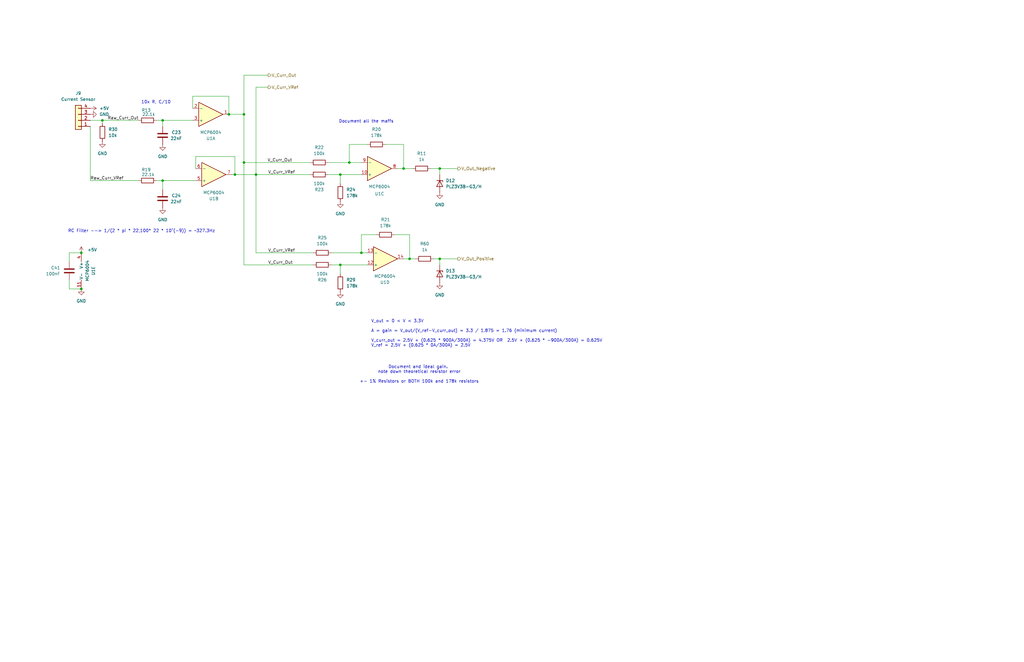
<source format=kicad_sch>
(kicad_sch (version 20250114) (generator "eeschema") (generator_version "9.0")
  (paper "B")
  (lib_symbols
    (symbol "+5V_1" (power) (pin_numbers (hide yes)) (pin_names (offset 0) (hide yes))
      (property "Value" "+5V" (at 0 3.556 0))
      (symbol "+5V_1_0_1"
        (polyline (pts (xy -0.762 1.27) (xy 0 2.54)))
        (polyline (pts (xy 0 2.54) (xy 0.762 1.27)))
        (polyline (pts (xy 0 0) (xy 0 2.54)))
      )
      (symbol "+5V_1_1_1"
        (pin power_in line (at 0 0 90) (length 0) (name "~") (number "1"))
      )
    )
    (symbol "Amplifier_Operational:MCP6004" (pin_names (offset 0.127))
      (property "Reference" "U" (at 0 5.08 0))
      (property "Value" "MCP6004" (at 0 -5.08 0))
      (symbol "MCP6004_1_1"
        (polyline (pts (xy -5.08 5.08) (xy 5.08 0) (xy -5.08 -5.08) (xy -5.08 5.08)) (stroke (width 0.254)) (fill (type background)))
        (pin input line (at -7.62 2.54 0) (length 2.54) (name "+") (number "3"))
        (pin input line (at -7.62 -2.54 0) (length 2.54) (name "-") (number "2"))
        (pin output line (at 7.62 0 180) (length 2.54) (name "~") (number "1"))
      )
      (symbol "MCP6004_2_1"
        (polyline (pts (xy -5.08 5.08) (xy 5.08 0) (xy -5.08 -5.08) (xy -5.08 5.08)) (stroke (width 0.254)) (fill (type background)))
        (pin input line (at -7.62 2.54 0) (length 2.54) (name "+") (number "5"))
        (pin input line (at -7.62 -2.54 0) (length 2.54) (name "-") (number "6"))
        (pin output line (at 7.62 0 180) (length 2.54) (name "~") (number "7"))
      )
      (symbol "MCP6004_3_1"
        (polyline (pts (xy -5.08 5.08) (xy 5.08 0) (xy -5.08 -5.08) (xy -5.08 5.08)) (stroke (width 0.254)) (fill (type background)))
        (pin input line (at -7.62 2.54 0) (length 2.54) (name "+") (number "10"))
        (pin input line (at -7.62 -2.54 0) (length 2.54) (name "-") (number "9"))
        (pin output line (at 7.62 0 180) (length 2.54) (name "~") (number "8"))
      )
      (symbol "MCP6004_4_1"
        (polyline (pts (xy -5.08 5.08) (xy 5.08 0) (xy -5.08 -5.08) (xy -5.08 5.08)) (stroke (width 0.254)) (fill (type background)))
        (pin input line (at -7.62 2.54 0) (length 2.54) (name "+") (number "12"))
        (pin input line (at -7.62 -2.54 0) (length 2.54) (name "-") (number "13"))
        (pin output line (at 7.62 0 180) (length 2.54) (name "~") (number "14"))
      )
      (symbol "MCP6004_5_1"
        (pin power_in line (at -2.54 7.62 270) (length 3.81) (name "V+") (number "4"))
        (pin power_in line (at -2.54 -7.62 90) (length 3.81) (name "V-") (number "11"))
      )
    )
    (symbol "Connector_Generic:Conn_01x04" (pin_names (offset 1.016) (hide yes))
      (property "Reference" "J" (at 0 5.08 0))
      (property "Value" "Conn_01x04" (at 0 -7.62 0))
      (symbol "Conn_01x04_1_1"
        (rectangle (start -1.27 3.81) (end 1.27 -6.35) (stroke (width 0.254)) (fill (type background)))
        (rectangle (start -1.27 2.667) (end 0 2.413) (stroke (width 0.1524)))
        (rectangle (start -1.27 0.127) (end 0 -0.127) (stroke (width 0.1524)))
        (rectangle (start -1.27 -2.413) (end 0 -2.667) (stroke (width 0.1524)))
        (rectangle (start -1.27 -4.953) (end 0 -5.207) (stroke (width 0.1524)))
        (pin passive line (at -5.08 2.54 0) (length 3.81) (name "Pin_1") (number "1"))
        (pin passive line (at -5.08 0 0) (length 3.81) (name "Pin_2") (number "2"))
        (pin passive line (at -5.08 -2.54 0) (length 3.81) (name "Pin_3") (number "3"))
        (pin passive line (at -5.08 -5.08 0) (length 3.81) (name "Pin_4") (number "4"))
      )
    )
    (symbol "Device:C" (pin_numbers (hide yes)) (pin_names (offset 0.254))
      (property "Reference" "C" (at 0.635 2.54 0))
      (property "Value" "C" (at 0.635 -2.54 0))
      (symbol "C_0_1"
        (polyline (pts (xy -2.032 0.762) (xy 2.032 0.762)) (stroke (width 0.508)))
        (polyline (pts (xy -2.032 -0.762) (xy 2.032 -0.762)) (stroke (width 0.508)))
      )
      (symbol "C_1_1"
        (pin passive line (at 0 3.81 270) (length 2.794) (name "~") (number "1"))
        (pin passive line (at 0 -3.81 90) (length 2.794) (name "~") (number "2"))
      )
    )
    (symbol "Device:D_Zener" (pin_numbers (hide yes)) (pin_names (offset 1.016) (hide yes))
      (property "Reference" "D" (at 0 2.54 0))
      (property "Value" "D_Zener" (at 0 -2.54 0))
      (symbol "D_Zener_0_1"
        (polyline (pts (xy -1.27 -1.27) (xy -1.27 1.27) (xy -0.762 1.27)) (stroke (width 0.254)))
        (polyline (pts (xy 1.27 0) (xy -1.27 0)))
        (polyline (pts (xy 1.27 -1.27) (xy 1.27 1.27) (xy -1.27 0) (xy 1.27 -1.27)) (stroke (width 0.254)))
      )
      (symbol "D_Zener_1_1"
        (pin passive line (at -3.81 0 0) (length 2.54) (name "K") (number "1"))
        (pin passive line (at 3.81 0 180) (length 2.54) (name "A") (number "2"))
      )
    )
    (symbol "Device:R" (pin_numbers (hide yes)) (pin_names (offset 0))
      (property "Reference" "R" (at 2.032 0 90))
      (property "Value" "R" (at 0 0 90))
      (symbol "R_0_1"
        (rectangle (start -1.016 -2.54) (end 1.016 2.54) (stroke (width 0.254)))
      )
      (symbol "R_1_1"
        (pin passive line (at 0 3.81 270) (length 1.27) (name "~") (number "1"))
        (pin passive line (at 0 -3.81 90) (length 1.27) (name "~") (number "2"))
      )
    )
    (symbol "GND_1" (power) (pin_numbers (hide yes)) (pin_names (offset 0) (hide yes))
      (property "Value" "GND" (at 0 -3.81 0))
      (symbol "GND_1_0_1"
        (polyline (pts (xy 0 0) (xy 0 -1.27) (xy 1.27 -1.27) (xy 0 -2.54) (xy -1.27 -1.27) (xy 0 -1.27)))
      )
      (symbol "GND_1_1_1"
        (pin power_in line (at 0 0 270) (length 0) (name "~") (number "1"))
      )
    )
    (symbol "power:+5V" (power) (pin_numbers (hide yes)) (pin_names (offset 0) (hide yes))
      (property "Value" "+5V" (at 0 3.556 0))
      (symbol "+5V_0_1"
        (polyline (pts (xy -0.762 1.27) (xy 0 2.54)))
        (polyline (pts (xy 0 2.54) (xy 0.762 1.27)))
        (polyline (pts (xy 0 0) (xy 0 2.54)))
      )
      (symbol "+5V_1_1"
        (pin power_in line (at 0 0 90) (length 0) (name "~") (number "1"))
      )
    )
    (symbol "power:GND" (power) (pin_numbers (hide yes)) (pin_names (offset 0) (hide yes))
      (property "Value" "GND" (at 0 -3.81 0))
      (symbol "GND_0_1"
        (polyline (pts (xy 0 0) (xy 0 -1.27) (xy 1.27 -1.27) (xy 0 -2.54) (xy -1.27 -1.27) (xy 0 -1.27)))
      )
      (symbol "GND_1_1"
        (pin power_in line (at 0 0 270) (length 0) (name "~") (number "1"))
      )
    )
  )
  (text "Document all the maffs" (at 154.432 51.308 0) (effects (font (size 1.27 1.27))))
  (text "RC Filter --> 1/(2 * pi * 22,100* 22 * 10^(-9)) = ~327.3Hz" (at 59.69 97.536 0) (effects (font (size 1.27 1.27))))
  (text "Document and ideal gain. \nnote down theoretical resistor error\n\n+- 1% Resistors or BOTH 100k and 178k resistors\n\n" (at 176.784 159.004 0) (effects (font (size 1.27 1.27))))
  (text "10x R, C/10" (at 65.786 43.18 0) (effects (font (size 1.27 1.27))))
  (text "V_out = 0 < V < 3.3V\n\nA = gain = V_out/(V_ref-V_curr_out) = 3.3 / 1.875 = 1.76 (minimum current)\n\nV_curr_out = 2.5V + (0.625 * 900A/300A) = 4.375V OR  2.5V + (0.625 * -900A/300A) = 0.625V\nV_ref = 2.5V + (0.625 * 0A/300A) = 2.5V\n\n" (at 156.464 141.732 0) (effects (font (size 1.27 1.27)) (justify left)))
  (junction (at 107.95 73.66))
  (junction (at 172.72 109.22))
  (junction (at 143.51 73.66))
  (junction (at 147.32 68.58))
  (junction (at 152.4 106.68))
  (junction (at 43.18 50.8))
  (junction (at 185.42 109.22))
  (junction (at 68.58 76.2))
  (junction (at 34.29 106.68))
  (junction (at 34.29 121.92))
  (junction (at 68.58 50.8))
  (junction (at 102.87 48.26))
  (junction (at 99.06 73.66))
  (junction (at 102.87 68.58))
  (junction (at 170.18 71.12))
  (junction (at 185.42 71.12))
  (junction (at 143.51 111.76))
  (junction (at 96.52 48.26))
  (wire (pts (xy 147.32 60.96) (xy 154.94 60.96)))
  (wire (pts (xy 38.1 76.2) (xy 58.42 76.2)))
  (wire (pts (xy 43.18 50.8) (xy 58.42 50.8)))
  (wire (pts (xy 29.21 121.92) (xy 34.29 121.92)))
  (wire (pts (xy 138.43 68.58) (xy 147.32 68.58)))
  (wire (pts (xy 102.87 48.26) (xy 102.87 68.58)))
  (wire (pts (xy 107.95 36.83) (xy 113.03 36.83)))
  (wire (pts (xy 102.87 31.75) (xy 102.87 48.26)))
  (wire (pts (xy 107.95 36.83) (xy 107.95 73.66)))
  (wire (pts (xy 170.18 71.12) (xy 173.99 71.12)))
  (wire (pts (xy 143.51 73.66) (xy 152.4 73.66)))
  (wire (pts (xy 152.4 99.06) (xy 158.75 99.06)))
  (wire (pts (xy 29.21 110.49) (xy 29.21 106.68)))
  (wire (pts (xy 99.06 73.66) (xy 107.95 73.66)))
  (wire (pts (xy 66.04 76.2) (xy 68.58 76.2)))
  (wire (pts (xy 81.28 45.72) (xy 81.28 40.64)))
  (wire (pts (xy 82.55 71.12) (xy 82.55 66.04)))
  (wire (pts (xy 107.95 73.66) (xy 130.81 73.66)))
  (wire (pts (xy 102.87 68.58) (xy 102.87 111.76)))
  (wire (pts (xy 96.52 40.64) (xy 81.28 40.64)))
  (wire (pts (xy 147.32 68.58) (xy 152.4 68.58)))
  (wire (pts (xy 107.95 106.68) (xy 132.08 106.68)))
  (wire (pts (xy 68.58 50.8) (xy 81.28 50.8)))
  (wire (pts (xy 68.58 80.01) (xy 68.58 76.2)))
  (wire (pts (xy 172.72 99.06) (xy 172.72 109.22)))
  (wire (pts (xy 43.18 50.8) (xy 43.18 52.07)))
  (wire (pts (xy 29.21 106.68) (xy 34.29 106.68)))
  (wire (pts (xy 139.7 106.68) (xy 152.4 106.68)))
  (wire (pts (xy 102.87 68.58) (xy 130.81 68.58)))
  (wire (pts (xy 143.51 73.66) (xy 143.51 77.47)))
  (wire (pts (xy 38.1 50.8) (xy 43.18 50.8)))
  (wire (pts (xy 185.42 71.12) (xy 193.04 71.12)))
  (wire (pts (xy 139.7 111.76) (xy 143.51 111.76)))
  (wire (pts (xy 107.95 73.66) (xy 107.95 106.68)))
  (wire (pts (xy 138.43 73.66) (xy 143.51 73.66)))
  (wire (pts (xy 154.94 106.68) (xy 152.4 106.68)))
  (wire (pts (xy 185.42 109.22) (xy 185.42 111.76)))
  (wire (pts (xy 170.18 71.12) (xy 170.18 60.96)))
  (wire (pts (xy 182.88 109.22) (xy 185.42 109.22)))
  (wire (pts (xy 152.4 106.68) (xy 152.4 99.06)))
  (wire (pts (xy 96.52 48.26) (xy 96.52 40.64)))
  (wire (pts (xy 185.42 109.22) (xy 193.04 109.22)))
  (wire (pts (xy 172.72 109.22) (xy 175.26 109.22)))
  (wire (pts (xy 166.37 99.06) (xy 172.72 99.06)))
  (wire (pts (xy 99.06 66.04) (xy 99.06 73.66)))
  (wire (pts (xy 102.87 31.75) (xy 113.03 31.75)))
  (wire (pts (xy 102.87 111.76) (xy 132.08 111.76)))
  (wire (pts (xy 170.18 109.22) (xy 172.72 109.22)))
  (wire (pts (xy 96.52 48.26) (xy 102.87 48.26)))
  (wire (pts (xy 68.58 76.2) (xy 82.55 76.2)))
  (wire (pts (xy 185.42 71.12) (xy 185.42 73.66)))
  (wire (pts (xy 66.04 50.8) (xy 68.58 50.8)))
  (wire (pts (xy 147.32 60.96) (xy 147.32 68.58)))
  (wire (pts (xy 143.51 111.76) (xy 154.94 111.76)))
  (wire (pts (xy 167.64 71.12) (xy 170.18 71.12)))
  (wire (pts (xy 99.06 73.66) (xy 97.79 73.66)))
  (wire (pts (xy 181.61 71.12) (xy 185.42 71.12)))
  (wire (pts (xy 68.58 53.34) (xy 68.58 50.8)))
  (wire (pts (xy 38.1 53.34) (xy 38.1 76.2)))
  (wire (pts (xy 29.21 118.11) (xy 29.21 121.92)))
  (wire (pts (xy 162.56 60.96) (xy 170.18 60.96)))
  (wire (pts (xy 143.51 111.76) (xy 143.51 115.57)))
  (wire (pts (xy 82.55 66.04) (xy 99.06 66.04)))
  (label "V_Curr_VRef" (at 113.03 73.66 0))
  (label "Raw_Curr_VRef" (at 38.1 76.2 0))
  (label "Raw_Curr_Out" (at 58.42 50.8 180))
  (label "V_Curr_Out" (at 123.19 68.58 180))
  (label "V_Curr_Out" (at 113.03 111.76 0))
  (label "V_Curr_VRef" (at 113.03 106.68 0))
  (hierarchical_label "V_Curr_VRef" (shape output) (at 113.03 36.83 0))
  (hierarchical_label "V_Out_Negative" (shape output) (at 193.04 71.12 0))
  (hierarchical_label "V_Out_Positive" (shape output) (at 193.04 109.22 0))
  (hierarchical_label "V_Curr_Out" (shape output) (at 113.03 31.75 0))
  (symbol (lib_id "power:GND") (at 185.42 119.38 0) (unit 1)
    (property "Reference" "#PWR0116" (effects (hide yes)))
    (property "Value" "GND" (at 185.42 124.46 0))
    (property "Description" "Power symbol creates a global label with name \"GND\" , ground" (effects (hide yes)))
  )
  (symbol (lib_id "Device:R") (at 143.51 81.28 0) (unit 1)
    (property "Reference" "R24" (at 146.05 80.0099 0) (effects (justify left)))
    (property "Value" "178k" (at 146.05 82.5499 0) (effects (justify left)))
    (property "Footprint" "Resistor_SMD:R_0603_1608Metric_Pad0.98x0.95mm_HandSolder" (effects (hide yes)))
    (property "Datasheet" "https://industrial.panasonic.com/cdbs/www-data/pdf/RDM0000/AOA0000C307.pdf" (effects (hide yes)))
    (property "Description" "Resistor" (effects (hide yes)))
    (property "Digi PN" "P178KDBDKR-ND" (effects (hide yes)))
    (property "MFG" "Panasonic Electronic Components" (effects (hide yes)))
    (property "MFG PN" "ERA-3AEB1783V" (effects (hide yes)))
    (property "Digi URL" "https://www.digikey.com/en/products/detail/panasonic-electronic-components/ERA-3AEB1783V/2026949" (effects (hide yes)))
  )
  (symbol (lib_id "power:GND") (at 68.58 87.63 0) (unit 1)
    (property "Reference" "#PWR049" (effects (hide yes)))
    (property "Value" "GND" (at 68.58 92.71 0))
    (property "Description" "Power symbol creates a global label with name \"GND\" , ground" (effects (hide yes)))
  )
  (symbol (lib_id "power:GND") (at 68.58 60.96 0) (unit 1)
    (property "Reference" "#PWR048" (effects (hide yes)))
    (property "Value" "GND" (at 68.58 66.04 0))
    (property "Description" "Power symbol creates a global label with name \"GND\" , ground" (effects (hide yes)))
  )
  (symbol (lib_id "Device:R") (at 134.62 73.66 90) (mirror x) (unit 1)
    (property "Reference" "R23" (at 134.62 80.01 90))
    (property "Value" "100k" (at 134.62 77.47 90))
    (property "Footprint" "Resistor_SMD:R_0603_1608Metric_Pad0.98x0.95mm_HandSolder" (effects (hide yes)))
    (property "Datasheet" "https://www.digikey.com/en/products/detail/susumu/RG1608P-104-B-T5/1240451" (effects (hide yes)))
    (property "Description" "Resistor" (effects (hide yes)))
    (property "Digi PN" "RG16P100KBDKR-ND" (effects (hide yes)))
    (property "MFG" "Susumu" (effects (hide yes)))
    (property "MFG PN" "RC0603FR-0722RL" (effects (hide yes)))
    (property "Digi URL" "https://www.digikey.com/en/products/detail/susumu/RG1608P-104-B-T5/1240451" (effects (hide yes)))
  )
  (symbol (lib_id "power:GND") (at 185.42 81.28 0) (unit 1)
    (property "Reference" "#PWR0115" (effects (hide yes)))
    (property "Value" "GND" (at 185.42 86.36 0))
    (property "Description" "Power symbol creates a global label with name \"GND\" , ground" (effects (hide yes)))
  )
  (symbol (lib_name "GND_1") (lib_id "power:GND") (at 34.29 121.92 0) (mirror y) (unit 1)
    (property "Reference" "#PWR053" (effects (hide yes)))
    (property "Value" "GND" (at 34.29 127 0))
    (property "Description" "Power symbol creates a global label with name \"GND\" , ground" (effects (hide yes)))
  )
  (symbol (lib_id "Amplifier_Operational:MCP6004") (at 162.56 109.22 0) (mirror x) (unit 4)
    (property "Reference" "U1" (at 162.306 119.126 0))
    (property "Value" "MCP6004" (at 162.306 116.586 0))
    (property "Footprint" "Package_SO:SOIC-14_3.9x8.7mm_P1.27mm" (effects (hide yes)))
    (property "Datasheet" "https://ww1.microchip.com/downloads/en/DeviceDoc/MCP6001-1R-1U-2-4-1-MHz-Low-Power-Op-Amp-DS20001733L.pdf" (effects (hide yes)))
    (property "Description" "1MHz, Low-Power Op Amp, DIP-14/SOIC-14/TSSOP-14" (effects (hide yes)))
    (property "Digi PN" "MCP6004-I/P-ND" (effects (hide yes)))
    (property "Digi URL" "https://www.digikey.com/en/products/detail/microchip-technology/MCP6004-I-P/523060" (effects (hide yes)))
    (property "MFG" "Microchip Technology" (effects (hide yes)))
    (property "MFG PN" "MCP6004-I/P" (effects (hide yes)))
  )
  (symbol (lib_id "Device:R") (at 43.18 55.88 0) (unit 1)
    (property "Reference" "R30" (at 45.72 54.6099 0) (effects (justify left)))
    (property "Value" "10k" (at 45.72 57.1499 0) (effects (justify left)))
    (property "Footprint" "Resistor_SMD:R_0603_1608Metric_Pad0.98x0.95mm_HandSolder" (effects (hide yes)))
    (property "Datasheet" "https://www.yageogroup.com/content/datasheet/asset/file/PYU-AC_51_ROHS_L" (effects (hide yes)))
    (property "Description" "10k resistor" (effects (hide yes)))
    (property "Digi PN" "311-10KLDCT-ND" (effects (hide yes)))
    (property "MFG" "Yageo" (effects (hide yes)))
    (property "MFG PN" "AC0603FR-0710KL" (effects (hide yes)))
    (property "Digi URL" "https://www.digikey.com/en/products/detail/yageo/AC0603FR-0710KL/2827814" (effects (hide yes)))
  )
  (symbol (lib_id "Device:D_Zener") (at 185.42 115.57 270) (unit 1)
    (property "Reference" "D13" (at 187.96 114.2999 90) (effects (justify left)))
    (property "Value" "PLZ3V3B-G3/H" (at 187.96 116.8399 90) (effects (justify left)))
    (property "Footprint" "Diode_SMD:D_2010_5025Metric_Pad1.52x2.65mm_HandSolder" (effects (hide yes)))
    (property "Datasheet" "https://www.vishay.com/docs/84830/plzseries.pdf" (effects (hide yes)))
    (property "Description" "3.43V Zener Diode" (effects (hide yes)))
    (property "Digi PN" "PLZ3V3B-G3/HGIDKR-ND" (effects (hide yes)))
    (property "MFG" "Vishay General Semiconductor - Diodes Division" (effects (hide yes)))
    (property "MFG PN" "PLZ3V3B-G3/H" (effects (hide yes)))
    (property "Digi URL" "https://www.digikey.com/en/products/detail/vishay-general-semiconductor-diodes-division/PLZ3V3B-G3-H/7594379" (effects (hide yes)))
  )
  (symbol (lib_id "Amplifier_Operational:MCP6004") (at 31.75 114.3 0) (mirror y) (unit 5)
    (property "Reference" "U1" (at 39.37 114.3 90))
    (property "Value" "MCP6004" (at 36.83 114.3 90))
    (property "Footprint" "Package_SO:SOIC-14_3.9x8.7mm_P1.27mm" (effects (hide yes)))
    (property "Datasheet" "https://ww1.microchip.com/downloads/en/DeviceDoc/MCP6001-1R-1U-2-4-1-MHz-Low-Power-Op-Amp-DS20001733L.pdf" (effects (hide yes)))
    (property "Description" "1MHz, Low-Power Op Amp, DIP-14/SOIC-14/TSSOP-14" (effects (hide yes)))
    (property "Digi PN" "MCP6004-I/P-ND" (effects (hide yes)))
    (property "Digi URL" "https://www.digikey.com/en/products/detail/microchip-technology/MCP6004-I-P/523060" (effects (hide yes)))
    (property "MFG" "Microchip Technology" (effects (hide yes)))
    (property "MFG PN" "MCP6004-I/P" (effects (hide yes)))
  )
  (symbol (lib_id "Device:R") (at 134.62 68.58 90) (unit 1)
    (property "Reference" "R22" (at 134.62 62.23 90))
    (property "Value" "100k" (at 134.62 64.77 90))
    (property "Footprint" "Resistor_SMD:R_0603_1608Metric_Pad0.98x0.95mm_HandSolder" (effects (hide yes)))
    (property "Datasheet" "https://www.digikey.com/en/products/detail/susumu/RG1608P-104-B-T5/1240451" (effects (hide yes)))
    (property "Description" "Resistor" (effects (hide yes)))
    (property "Digi PN" "RG16P100KBDKR-ND" (effects (hide yes)))
    (property "MFG" "Susumu" (effects (hide yes)))
    (property "MFG PN" "RC0603FR-0722RL" (effects (hide yes)))
    (property "Digi URL" "https://www.digikey.com/en/products/detail/susumu/RG1608P-104-B-T5/1240451" (effects (hide yes)))
  )
  (symbol (lib_id "Amplifier_Operational:MCP6004") (at 160.02 71.12 0) (mirror x) (unit 3)
    (property "Reference" "U1" (at 160.02 81.788 0))
    (property "Value" "MCP6004" (at 160.02 78.74 0))
    (property "Footprint" "Package_SO:SOIC-14_3.9x8.7mm_P1.27mm" (effects (hide yes)))
    (property "Datasheet" "https://ww1.microchip.com/downloads/en/DeviceDoc/MCP6001-1R-1U-2-4-1-MHz-Low-Power-Op-Amp-DS20001733L.pdf" (effects (hide yes)))
    (property "Description" "1MHz, Low-Power Op Amp, DIP-14/SOIC-14/TSSOP-14" (effects (hide yes)))
    (property "Digi PN" "MCP6004-I/P-ND" (effects (hide yes)))
    (property "Digi URL" "https://www.digikey.com/en/products/detail/microchip-technology/MCP6004-I-P/523060" (effects (hide yes)))
    (property "MFG" "Microchip Technology" (effects (hide yes)))
    (property "MFG PN" "MCP6004-I/P" (effects (hide yes)))
  )
  (symbol (lib_id "Device:D_Zener") (at 185.42 77.47 270) (unit 1)
    (property "Reference" "D12" (at 187.96 76.1999 90) (effects (justify left)))
    (property "Value" "PLZ3V3B-G3/H" (at 187.96 78.7399 90) (effects (justify left)))
    (property "Footprint" "Diode_SMD:D_2010_5025Metric_Pad1.52x2.65mm_HandSolder" (effects (hide yes)))
    (property "Datasheet" "https://www.vishay.com/docs/84830/plzseries.pdf" (effects (hide yes)))
    (property "Description" "3.43V Zener Diode" (effects (hide yes)))
    (property "Digi PN" "PLZ3V3B-G3/HGIDKR-ND" (effects (hide yes)))
    (property "MFG" "Vishay General Semiconductor - Diodes Division" (effects (hide yes)))
    (property "MFG PN" "PLZ3V3B-G3/H" (effects (hide yes)))
    (property "Digi URL" "https://www.digikey.com/en/products/detail/vishay-general-semiconductor-diodes-division/PLZ3V3B-G3-H/7594379" (effects (hide yes)))
  )
  (symbol (lib_id "Device:C") (at 68.58 57.15 0) (unit 1)
    (property "Reference" "C23" (at 72.39 55.8799 0) (effects (justify left)))
    (property "Value" "22nF" (at 71.882 58.42 0) (effects (justify left)))
    (property "Footprint" "Capacitor_SMD:C_0603_1608Metric_Pad1.08x0.95mm_HandSolder" (effects (hide yes)))
    (property "Datasheet" "https://yageogroup.com/content/datasheet/asset/file/KEM_C1002_X7R_SMD" (effects (hide yes)))
    (property "Description" "Unpolarized capacitor" (effects (hide yes)))
    (property "Digi PN" "399-C0603C223K5RACTUCT-ND" (effects (hide yes)))
    (property "Digi URL" "https://www.digikey.com/en/products/detail/kemet/C0603C223K5RACTU/416043" (effects (hide yes)))
    (property "MFG" "KEMET" (effects (hide yes)))
    (property "MFG PN" "C0603C223K5RACTU" (effects (hide yes)))
  )
  (symbol (lib_id "Device:R") (at 158.75 60.96 270) (unit 1)
    (property "Reference" "R20" (at 158.75 54.61 90))
    (property "Value" "178k" (at 158.75 57.15 90))
    (property "Footprint" "Resistor_SMD:R_0603_1608Metric_Pad0.98x0.95mm_HandSolder" (effects (hide yes)))
    (property "Datasheet" "https://industrial.panasonic.com/cdbs/www-data/pdf/RDM0000/AOA0000C307.pdf" (effects (hide yes)))
    (property "Description" "Resistor" (effects (hide yes)))
    (property "Digi PN" "P178KDBDKR-ND" (effects (hide yes)))
    (property "MFG" "Panasonic Electronic Components" (effects (hide yes)))
    (property "MFG PN" "ERA-3AEB1783V" (effects (hide yes)))
    (property "Digi URL" "https://www.digikey.com/en/products/detail/panasonic-electronic-components/ERA-3AEB1783V/2026949" (effects (hide yes)))
  )
  (symbol (lib_id "power:GND") (at 38.1 48.26 90) (unit 1)
    (property "Reference" "#PWR025" (effects (hide yes)))
    (property "Value" "GND" (at 41.91 48.2601 90) (effects (justify right)))
    (property "Description" "Power symbol creates a global label with name \"GND\" , ground" (effects (hide yes)))
  )
  (symbol (lib_id "Device:R") (at 135.89 106.68 90) (unit 1)
    (property "Reference" "R25" (at 135.89 100.33 90))
    (property "Value" "100k" (at 135.89 102.87 90))
    (property "Footprint" "Resistor_SMD:R_0603_1608Metric_Pad0.98x0.95mm_HandSolder" (effects (hide yes)))
    (property "Datasheet" "https://www.digikey.com/en/products/detail/susumu/RG1608P-104-B-T5/1240451" (effects (hide yes)))
    (property "Description" "Resistor" (effects (hide yes)))
    (property "Digi PN" "RG16P100KBDKR-ND" (effects (hide yes)))
    (property "MFG" "Susumu" (effects (hide yes)))
    (property "MFG PN" "RC0603FR-0722RL" (effects (hide yes)))
    (property "Digi URL" "https://www.digikey.com/en/products/detail/susumu/RG1608P-104-B-T5/1240451" (effects (hide yes)))
  )
  (symbol (lib_id "Amplifier_Operational:MCP6004") (at 90.17 73.66 0) (mirror x) (unit 2)
    (property "Reference" "U1" (at 90.17 83.82 0))
    (property "Value" "MCP6004" (at 90.17 81.28 0))
    (property "Footprint" "Package_SO:SOIC-14_3.9x8.7mm_P1.27mm" (effects (hide yes)))
    (property "Datasheet" "https://ww1.microchip.com/downloads/en/DeviceDoc/MCP6001-1R-1U-2-4-1-MHz-Low-Power-Op-Amp-DS20001733L.pdf" (effects (hide yes)))
    (property "Description" "1MHz, Low-Power Op Amp, DIP-14/SOIC-14/TSSOP-14" (effects (hide yes)))
    (property "Digi PN" "MCP6004-I/P-ND" (effects (hide yes)))
    (property "Digi URL" "https://www.digikey.com/en/products/detail/microchip-technology/MCP6004-I-P/523060" (effects (hide yes)))
    (property "MFG" "Microchip Technology" (effects (hide yes)))
    (property "MFG PN" "MCP6004-I/P" (effects (hide yes)))
  )
  (symbol (lib_id "Device:R") (at 135.89 111.76 90) (mirror x) (unit 1)
    (property "Reference" "R26" (at 135.89 118.11 90))
    (property "Value" "100k" (at 135.89 115.57 90))
    (property "Footprint" "Resistor_SMD:R_0603_1608Metric_Pad0.98x0.95mm_HandSolder" (effects (hide yes)))
    (property "Datasheet" "https://www.digikey.com/en/products/detail/susumu/RG1608P-104-B-T5/1240451" (effects (hide yes)))
    (property "Description" "Resistor" (effects (hide yes)))
    (property "Digi PN" "RG16P100KBDKR-ND" (effects (hide yes)))
    (property "MFG" "Susumu" (effects (hide yes)))
    (property "MFG PN" "RC0603FR-0722RL" (effects (hide yes)))
    (property "Digi URL" "https://www.digikey.com/en/products/detail/susumu/RG1608P-104-B-T5/1240451" (effects (hide yes)))
  )
  (symbol (lib_id "Device:R") (at 143.51 119.38 0) (unit 1)
    (property "Reference" "R29" (at 146.05 118.1099 0) (effects (justify left)))
    (property "Value" "178k" (at 146.05 120.6499 0) (effects (justify left)))
    (property "Footprint" "Resistor_SMD:R_0603_1608Metric_Pad0.98x0.95mm_HandSolder" (effects (hide yes)))
    (property "Datasheet" "https://industrial.panasonic.com/cdbs/www-data/pdf/RDM0000/AOA0000C307.pdf" (effects (hide yes)))
    (property "Description" "Resistor" (effects (hide yes)))
    (property "Digi PN" "P178KDBDKR-ND" (effects (hide yes)))
    (property "MFG" "Panasonic Electronic Components" (effects (hide yes)))
    (property "MFG PN" "ERA-3AEB1783V" (effects (hide yes)))
    (property "Digi URL" "https://www.digikey.com/en/products/detail/panasonic-electronic-components/ERA-3AEB1783V/2026949" (effects (hide yes)))
  )
  (symbol (lib_id "Device:R") (at 62.23 76.2 270) (unit 1)
    (property "Reference" "R19" (at 59.69 71.628 90) (effects (justify left)))
    (property "Value" "22.1k" (at 59.69 73.66 90) (effects (justify left)))
    (property "Footprint" "Resistor_SMD:R_0603_1608Metric_Pad0.98x0.95mm_HandSolder" (effects (hide yes)))
    (property "Datasheet" "https://yageogroup.com/content/datasheet/asset/file/PYU-RC_GROUP_51_ROHS_L" (effects (hide yes)))
    (property "Description" "Resistor" (effects (hide yes)))
    (property "Digi PN" "311-22.1KHRCT-ND" (effects (hide yes)))
    (property "Digi URL" "https://www.digikey.com/en/products/detail/yageo/RC0603FR-0722K1L/727058" (effects (hide yes)))
    (property "MFG" "YAGEO" (effects (hide yes)))
    (property "MFG PN" "RC0603FR-0722K1L" (effects (hide yes)))
  )
  (symbol (lib_id "power:GND") (at 143.51 123.19 0) (unit 1)
    (property "Reference" "#PWR051" (effects (hide yes)))
    (property "Value" "GND" (at 143.51 128.27 0))
    (property "Description" "Power symbol creates a global label with name \"GND\" , ground" (effects (hide yes)))
  )
  (symbol (lib_id "Device:R") (at 62.23 50.8 270) (unit 1)
    (property "Reference" "R13" (at 59.69 46.482 90) (effects (justify left)))
    (property "Value" "22.1k" (at 59.944 48.26 90) (effects (justify left)))
    (property "Footprint" "Resistor_SMD:R_0603_1608Metric_Pad0.98x0.95mm_HandSolder" (effects (hide yes)))
    (property "Datasheet" "https://yageogroup.com/content/datasheet/asset/file/PYU-RC_GROUP_51_ROHS_L" (effects (hide yes)))
    (property "Description" "Resistor" (effects (hide yes)))
    (property "Digi PN" "311-22.1KHRCT-ND" (effects (hide yes)))
    (property "Digi URL" "https://www.digikey.com/en/products/detail/yageo/RC0603FR-0722K1L/727058" (effects (hide yes)))
    (property "MFG" "YAGEO" (effects (hide yes)))
    (property "MFG PN" "RC0603FR-0722K1L" (effects (hide yes)))
  )
  (symbol (lib_id "Connector_Generic:Conn_01x04") (at 33.02 50.8 180) (unit 1)
    (property "Reference" "J9" (at 33.02 39.37 0))
    (property "Value" "Current Sensor" (at 33.02 41.91 0))
    (property "Footprint" "FS_4_Global_Footprint_Library:1054311104 - 4-pin Molex Nano-fit" (effects (hide yes)))
    (property "Datasheet" "https://www.literature.molex.com/SQLImages/kelmscott/Molex/PDF_Images/987651-1223.PDF" (effects (hide yes)))
    (property "Description" "Generic connector, single row, 01x04, script generated (kicad-library-utils/schlib/autogen/connector/)" (effects (hide yes)))
    (property "Digi PN" "WM26082CT-ND" (effects (hide yes)))
    (property "Digi URL" "https://www.digikey.com/en/products/detail/molex/1054311204/9959368" (effects (hide yes)))
    (property "MFG" "Molex" (effects (hide yes)))
    (property "MFG PN" "1054311204" (effects (hide yes)))
  )
  (symbol (lib_id "Device:R") (at 162.56 99.06 270) (unit 1)
    (property "Reference" "R21" (at 162.56 92.71 90))
    (property "Value" "178k" (at 162.56 95.25 90))
    (property "Footprint" "Resistor_SMD:R_0603_1608Metric_Pad0.98x0.95mm_HandSolder" (effects (hide yes)))
    (property "Datasheet" "https://industrial.panasonic.com/cdbs/www-data/pdf/RDM0000/AOA0000C307.pdf" (effects (hide yes)))
    (property "Description" "Resistor" (effects (hide yes)))
    (property "Digi PN" "P178KDBDKR-ND" (effects (hide yes)))
    (property "MFG" "Panasonic Electronic Components" (effects (hide yes)))
    (property "MFG PN" "ERA-3AEB1783V" (effects (hide yes)))
    (property "Digi URL" "https://www.digikey.com/en/products/detail/panasonic-electronic-components/ERA-3AEB1783V/2026949" (effects (hide yes)))
  )
  (symbol (lib_name "+5V_1") (lib_id "power:+5V") (at 34.29 106.68 0) (mirror y) (unit 1)
    (property "Reference" "#PWR054" (effects (hide yes)))
    (property "Value" "+5V" (at 36.83 105.4099 0) (effects (justify right)))
    (property "Description" "Power symbol creates a global label with name \"+5V\"" (effects (hide yes)))
  )
  (symbol (lib_id "Amplifier_Operational:MCP6004") (at 88.9 48.26 0) (mirror x) (unit 1)
    (property "Reference" "U1" (at 88.9 58.42 0))
    (property "Value" "MCP6004" (at 88.9 55.88 0))
    (property "Footprint" "Package_SO:SOIC-14_3.9x8.7mm_P1.27mm" (effects (hide yes)))
    (property "Datasheet" "https://ww1.microchip.com/downloads/en/DeviceDoc/MCP6001-1R-1U-2-4-1-MHz-Low-Power-Op-Amp-DS20001733L.pdf" (effects (hide yes)))
    (property "Description" "1MHz, Low-Power Op Amp, DIP-14/SOIC-14/TSSOP-14" (effects (hide yes)))
    (property "Digi PN" "MCP6004-I/P-ND" (effects (hide yes)))
    (property "Digi URL" "https://www.digikey.com/en/products/detail/microchip-technology/MCP6004-I-P/523060" (effects (hide yes)))
    (property "MFG" "Microchip Technology" (effects (hide yes)))
    (property "MFG PN" "MCP6004-I/P" (effects (hide yes)))
  )
  (symbol (lib_id "power:GND") (at 143.51 85.09 0) (unit 1)
    (property "Reference" "#PWR050" (effects (hide yes)))
    (property "Value" "GND" (at 143.51 90.17 0))
    (property "Description" "Power symbol creates a global label with name \"GND\" , ground" (effects (hide yes)))
  )
  (symbol (lib_id "Device:R") (at 179.07 109.22 90) (unit 1)
    (property "Reference" "R60" (at 179.07 102.87 90))
    (property "Value" "1k" (at 179.07 105.41 90))
    (property "Footprint" "Resistor_SMD:R_0603_1608Metric_Pad0.98x0.95mm_HandSolder" (effects (hide yes)))
    (property "Datasheet" "https://www.seielect.com/catalog/SEI-RMCF_RMCP.pdf" (effects (hide yes)))
    (property "Description" "Resistor" (effects (hide yes)))
    (property "Digi PN" "RMCF0603FT1K00CT-ND" (effects (hide yes)))
    (property "Digi URL" "https://www.digikey.com/en/products/detail/stackpole-electronics-inc/RMCF0603FT1K00/1761077" (effects (hide yes)))
    (property "MFG" "Stackpole Electronics Inc" (effects (hide yes)))
    (property "MFG PN" "RMCF0603FT1K00" (effects (hide yes)))
  )
  (symbol (lib_id "power:+5V") (at 38.1 45.72 270) (unit 1)
    (property "Reference" "#PWR026" (effects (hide yes)))
    (property "Value" "+5V" (at 41.91 45.7201 90) (effects (justify left)))
    (property "Description" "Power symbol creates a global label with name \"+5V\"" (effects (hide yes)))
  )
  (symbol (lib_id "Device:C") (at 68.58 83.82 0) (unit 1)
    (property "Reference" "C24" (at 72.39 82.5499 0) (effects (justify left)))
    (property "Value" "22nF" (at 71.882 85.09 0) (effects (justify left)))
    (property "Footprint" "Capacitor_SMD:C_0603_1608Metric_Pad1.08x0.95mm_HandSolder" (effects (hide yes)))
    (property "Datasheet" "https://yageogroup.com/content/datasheet/asset/file/KEM_C1002_X7R_SMD" (effects (hide yes)))
    (property "Description" "Unpolarized capacitor" (effects (hide yes)))
    (property "Digi PN" "399-C0603C223K5RACTUCT-ND" (effects (hide yes)))
    (property "Digi URL" "https://www.digikey.com/en/products/detail/kemet/C0603C223K5RACTU/416043" (effects (hide yes)))
    (property "MFG" "KEMET" (effects (hide yes)))
    (property "MFG PN" "C0603C223K5RACTU" (effects (hide yes)))
  )
  (symbol (lib_id "Device:C") (at 29.21 114.3 0) (unit 1)
    (property "Reference" "C41" (at 25.4 113.0299 0) (effects (justify right)))
    (property "Value" "100nF" (at 25.4 115.5699 0) (effects (justify right)))
    (property "Footprint" "Capacitor_SMD:C_0603_1608Metric_Pad1.08x0.95mm_HandSolder" (effects (hide yes)))
    (property "Datasheet" "https://mm.digikey.com/Volume0/opasdata/d220001/medias/docus/503/CL05A104KA5NNNC.pdf" (effects (hide yes)))
    (property "Description" "Unpolarized capacitor" (effects (hide yes)))
    (property "Digi PN" "1276-1043-1-ND1276-1115-1-ND" (effects (hide yes)))
    (property "Digi URL" "https://www.digikey.com/en/products/detail/samsung-electro-mechanics/CL03A104KP3NNNC/3886773" (effects (hide yes)))
    (property "MFG" "Samsung Electro-Mechanics" (effects (hide yes)))
    (property "MFG PN" "CL03A104KP3NNNC" (effects (hide yes)))
  )
  (symbol (lib_id "Device:R") (at 177.8 71.12 90) (unit 1)
    (property "Reference" "R11" (at 177.8 64.77 90))
    (property "Value" "1k" (at 177.8 67.31 90))
    (property "Footprint" "Resistor_SMD:R_0603_1608Metric_Pad0.98x0.95mm_HandSolder" (effects (hide yes)))
    (property "Datasheet" "https://www.seielect.com/catalog/SEI-RMCF_RMCP.pdf" (effects (hide yes)))
    (property "Description" "Resistor" (effects (hide yes)))
    (property "Digi PN" "RMCF0603FT1K00CT-ND" (effects (hide yes)))
    (property "Digi URL" "https://www.digikey.com/en/products/detail/stackpole-electronics-inc/RMCF0603FT1K00/1761077" (effects (hide yes)))
    (property "MFG" "Stackpole Electronics Inc" (effects (hide yes)))
    (property "MFG PN" "RMCF0603FT1K00" (effects (hide yes)))
  )
  (symbol (lib_id "power:GND") (at 43.18 59.69 0) (unit 1)
    (property "Reference" "#PWR07" (effects (hide yes)))
    (property "Value" "GND" (at 43.18 64.77 0))
    (property "Description" "Power symbol creates a global label with name \"GND\" , ground" (effects (hide yes)))
  )
)
</source>
